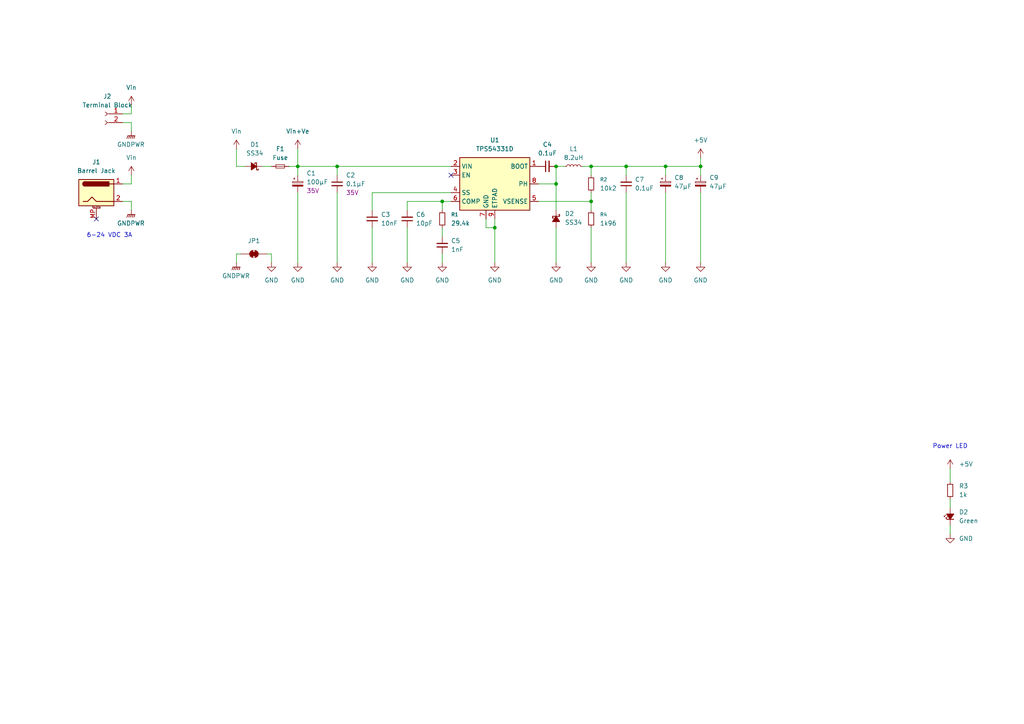
<source format=kicad_sch>
(kicad_sch (version 20250114) (generator "eeschema") (generator_version "9.0")
  (paper "A4")
  (title_block (title "${Project Title}") (date "2025-08-14") (rev "${Revision}") (company "${Company Name}") (comment 1 "${Designed By}"))
  (lib_symbols
    (symbol "Connector:Barrel_Jack_MountingPin" (pin_names (hide yes))
      (property "Reference" "J" (at 0 5.334 0))
      (property "Value" "Barrel_Jack_MountingPin" (at 1.27 -6.35 0))
      (symbol "Barrel_Jack_MountingPin_0_1"
        (rectangle (start -5.08 3.81) (end 5.08 -3.81) (stroke (width 0.254)) (fill (type background)))
        (polyline (pts (xy -3.81 -2.54) (xy -2.54 -2.54) (xy -1.27 -1.27) (xy 0 -2.54) (xy 2.54 -2.54) (xy 5.08 -2.54)) (stroke (width 0.254)))
        (arc (start -3.302 1.905) (mid -3.9343 2.54) (end -3.302 3.175) (stroke (width 0.254)))
        (arc (start -3.302 1.905) (mid -3.9343 2.54) (end -3.302 3.175) (stroke (width 0.254)) (fill (type outline)))
        (rectangle (start 3.683 3.175) (end -3.302 1.905) (stroke (width 0.254)) (fill (type outline)))
        (polyline (pts (xy 5.08 2.54) (xy 3.81 2.54)) (stroke (width 0.254)))
      )
      (symbol "Barrel_Jack_MountingPin_1_1"
        (polyline (pts (xy -1.016 -4.572) (xy 1.016 -4.572)) (stroke (width 0.1524)))
        (text "Mounting" (at 0 -4.191 0) (effects (font (size 0.381 0.381))))
        (pin passive line (at 0 -7.62 90) (length 3.048) (name "MountPin") (number "MP"))
        (pin passive line (at 7.62 2.54 180) (length 2.54) (name "~") (number "1"))
        (pin passive line (at 7.62 -2.54 180) (length 2.54) (name "~") (number "2"))
      )
    )
    (symbol "Connector:Conn_01x02_Socket" (pin_names (offset 1.016) (hide yes))
      (property "Reference" "J" (at 0 2.54 0))
      (property "Value" "Conn_01x02_Socket" (at 0 -5.08 0))
      (symbol "Conn_01x02_Socket_1_1"
        (polyline (pts (xy -1.27 0) (xy -0.508 0)) (stroke (width 0.1524)))
        (polyline (pts (xy -1.27 -2.54) (xy -0.508 -2.54)) (stroke (width 0.1524)))
        (arc (start 0 -0.508) (mid -0.5058 0) (end 0 0.508) (stroke (width 0.1524)))
        (arc (start 0 -3.048) (mid -0.5058 -2.54) (end 0 -2.032) (stroke (width 0.1524)))
        (pin passive line (at -5.08 0 0) (length 3.81) (name "Pin_1") (number "1"))
        (pin passive line (at -5.08 -2.54 0) (length 3.81) (name "Pin_2") (number "2"))
      )
    )
    (symbol "Device:C_Polarized_Small" (pin_numbers (hide yes)) (pin_names (offset 0.254) (hide yes))
      (property "Reference" "C" (at 0.254 1.778 0))
      (property "Value" "C_Polarized_Small" (at 0.254 -2.032 0))
      (symbol "C_Polarized_Small_0_1"
        (rectangle (start -1.524 0.6858) (end 1.524 0.3048))
        (rectangle (start -1.524 -0.3048) (end 1.524 -0.6858) (fill (type outline)))
        (polyline (pts (xy -1.27 1.524) (xy -0.762 1.524)))
        (polyline (pts (xy -1.016 1.27) (xy -1.016 1.778)))
      )
      (symbol "C_Polarized_Small_1_1"
        (pin passive line (at 0 2.54 270) (length 1.8542) (name "~") (number "1"))
        (pin passive line (at 0 -2.54 90) (length 1.8542) (name "~") (number "2"))
      )
    )
    (symbol "Device:C_Small" (pin_numbers (hide yes)) (pin_names (offset 0.254) (hide yes))
      (property "Reference" "C" (at 0.254 1.778 0))
      (property "Value" "C_Small" (at 0.254 -2.032 0))
      (symbol "C_Small_0_1"
        (polyline (pts (xy -1.524 0.508) (xy 1.524 0.508)) (stroke (width 0.3048)))
        (polyline (pts (xy -1.524 -0.508) (xy 1.524 -0.508)) (stroke (width 0.3302)))
      )
      (symbol "C_Small_1_1"
        (pin passive line (at 0 2.54 270) (length 2.032) (name "~") (number "1"))
        (pin passive line (at 0 -2.54 90) (length 2.032) (name "~") (number "2"))
      )
    )
    (symbol "Device:D_Schottky_Small_Filled" (pin_numbers (hide yes)) (pin_names (offset 0.254) (hide yes))
      (property "Reference" "D" (at -1.27 2.032 0))
      (property "Value" "D_Schottky_Small_Filled" (at -7.112 -2.032 0))
      (symbol "D_Schottky_Small_Filled_0_1"
        (polyline (pts (xy -1.27 0.762) (xy -1.27 1.016) (xy -0.762 1.016) (xy -0.762 -1.016) (xy -0.254 -1.016) (xy -0.254 -0.762)) (stroke (width 0.254)))
        (polyline (pts (xy -0.762 0) (xy 0.762 0)))
        (polyline (pts (xy 0.762 -1.016) (xy -0.762 0) (xy 0.762 1.016) (xy 0.762 -1.016)) (stroke (width 0.254)) (fill (type outline)))
      )
      (symbol "D_Schottky_Small_Filled_1_1"
        (pin passive line (at -2.54 0 0) (length 1.778) (name "K") (number "1"))
        (pin passive line (at 2.54 0 180) (length 1.778) (name "A") (number "2"))
      )
    )
    (symbol "Device:Fuse_Small" (pin_numbers (hide yes)) (pin_names (offset 0.254) (hide yes))
      (property "Reference" "F" (at 0 -1.524 0))
      (property "Value" "Fuse_Small" (at 0 1.524 0))
      (symbol "Fuse_Small_0_1"
        (rectangle (start -1.27 0.508) (end 1.27 -0.508))
        (polyline (pts (xy -1.27 0) (xy 1.27 0)))
      )
      (symbol "Fuse_Small_1_1"
        (pin passive line (at -2.54 0 0) (length 1.27) (name "~") (number "1"))
        (pin passive line (at 2.54 0 180) (length 1.27) (name "~") (number "2"))
      )
    )
    (symbol "Device:LED_Small_Filled" (pin_numbers (hide yes)) (pin_names (offset 0.254) (hide yes))
      (property "Reference" "D" (at -1.27 3.175 0))
      (property "Value" "LED_Small_Filled" (at -4.445 -2.54 0))
      (symbol "LED_Small_Filled_0_1"
        (polyline (pts (xy -0.762 -1.016) (xy -0.762 1.016)) (stroke (width 0.254)))
        (polyline (pts (xy 0 0.762) (xy -0.508 1.27) (xy -0.254 1.27) (xy -0.508 1.27) (xy -0.508 1.016)))
        (polyline (pts (xy 0.508 1.27) (xy 0 1.778) (xy 0.254 1.778) (xy 0 1.778) (xy 0 1.524)))
        (polyline (pts (xy 0.762 -1.016) (xy -0.762 0) (xy 0.762 1.016) (xy 0.762 -1.016)) (stroke (width 0.254)) (fill (type outline)))
        (polyline (pts (xy 1.016 0) (xy -0.762 0)))
      )
      (symbol "LED_Small_Filled_1_1"
        (pin passive line (at -2.54 0 0) (length 1.778) (name "K") (number "1"))
        (pin passive line (at 2.54 0 180) (length 1.778) (name "A") (number "2"))
      )
    )
    (symbol "Device:L_Small" (pin_numbers (hide yes)) (pin_names (offset 0.254) (hide yes))
      (property "Reference" "L" (at 0.762 1.016 0))
      (property "Value" "L_Small" (at 0.762 -1.016 0))
      (symbol "L_Small_0_1"
        (arc (start 0 2.032) (mid 0.5058 1.524) (end 0 1.016))
        (arc (start 0 1.016) (mid 0.5058 0.508) (end 0 0))
        (arc (start 0 0) (mid 0.5058 -0.508) (end 0 -1.016))
        (arc (start 0 -1.016) (mid 0.5058 -1.524) (end 0 -2.032))
      )
      (symbol "L_Small_1_1"
        (pin passive line (at 0 2.54 270) (length 0.508) (name "~") (number "1"))
        (pin passive line (at 0 -2.54 90) (length 0.508) (name "~") (number "2"))
      )
    )
    (symbol "Device:R_Small" (pin_numbers (hide yes)) (pin_names (offset 0.254) (hide yes))
      (property "Reference" "R" (at 0.762 0.508 0))
      (property "Value" "R_Small" (at 0.762 -1.016 0))
      (symbol "R_Small_0_1"
        (rectangle (start -0.762 1.778) (end 0.762 -1.778) (stroke (width 0.2032)))
      )
      (symbol "R_Small_1_1"
        (pin passive line (at 0 2.54 270) (length 0.762) (name "~") (number "1"))
        (pin passive line (at 0 -2.54 90) (length 0.762) (name "~") (number "2"))
      )
    )
    (symbol "Jumper:SolderJumper_2_Bridged" (pin_numbers (hide yes)) (pin_names (offset 0) (hide yes)) (in_bom no)
      (property "Reference" "JP" (at 0 2.032 0))
      (property "Value" "SolderJumper_2_Bridged" (at 0 -2.54 0))
      (symbol "SolderJumper_2_Bridged_0_1"
        (rectangle (start -0.508 0.508) (end 0.508 -0.508) (fill (type outline)))
        (polyline (pts (xy -0.254 1.016) (xy -0.254 -1.016)))
        (arc (start -0.254 -1.016) (mid -1.2656 0) (end -0.254 1.016))
        (arc (start -0.254 -1.016) (mid -1.2656 0) (end -0.254 1.016) (fill (type outline)))
        (arc (start 0.254 1.016) (mid 1.2656 0) (end 0.254 -1.016))
        (arc (start 0.254 1.016) (mid 1.2656 0) (end 0.254 -1.016) (fill (type outline)))
        (polyline (pts (xy 0.254 1.016) (xy 0.254 -1.016)))
      )
      (symbol "SolderJumper_2_Bridged_1_1"
        (pin passive line (at -3.81 0 0) (length 2.54) (name "A") (number "1"))
        (pin passive line (at 3.81 0 180) (length 2.54) (name "B") (number "2"))
      )
    )
    (symbol "R_Small_1" (pin_numbers (hide yes)) (pin_names (offset 0.254) (hide yes))
      (property "Reference" "R" (at 0 0 90))
      (property "Value" "R_Small" (at 1.778 0 90))
      (symbol "R_Small_1_0_1"
        (rectangle (start -0.762 1.778) (end 0.762 -1.778) (stroke (width 0.2032)))
      )
      (symbol "R_Small_1_1_1"
        (pin passive line (at 0 2.54 270) (length 0.762) (name "~") (number "1"))
        (pin passive line (at 0 -2.54 90) (length 0.762) (name "~") (number "2"))
      )
    )
    (symbol "Regulator_Switching:TPS54336ADDA"
      (property "Reference" "U1" (at 0 12.7 0))
      (property "Value" "TPS54331D" (at 0 10.16 0))
      (symbol "TPS54336ADDA_1_1"
        (rectangle (start -10.16 7.62) (end 10.16 -7.62) (stroke (width 0.254)) (fill (type background)))
        (pin power_in line (at -12.7 5.08 0) (length 2.54) (name "VIN") (number "2"))
        (pin input line (at -12.7 2.54 0) (length 2.54) (name "EN") (number "3"))
        (pin output line (at -12.7 -2.54 0) (length 2.54) (name "SS") (number "4"))
        (pin output line (at -12.7 -5.08 0) (length 2.54) (name "COMP") (number "6"))
        (pin power_in line (at -2.54 -10.16 90) (length 2.54) (name "GND") (number "7"))
        (pin power_in line (at 0 -10.16 90) (length 2.54) (name "ETPAD") (number "9"))
        (pin output line (at 12.7 5.08 180) (length 2.54) (name "BOOT") (number "1"))
        (pin output line (at 12.7 0 180) (length 2.54) (name "PH") (number "8"))
        (pin input line (at 12.7 -5.08 180) (length 2.54) (name "VSENSE") (number "5"))
      )
    )
    (symbol "power:+1V0" (power) (pin_numbers (hide yes)) (pin_names (offset 0) (hide yes))
      (property "Value" "+1V0" (at 0 3.556 0))
      (symbol "+1V0_0_1"
        (polyline (pts (xy -0.762 1.27) (xy 0 2.54)))
        (polyline (pts (xy 0 2.54) (xy 0.762 1.27)))
        (polyline (pts (xy 0 0) (xy 0 2.54)))
      )
      (symbol "+1V0_1_1"
        (pin power_in line (at 0 0 90) (length 0) (name "~") (number "1"))
      )
    )
    (symbol "power:+5V" (power) (pin_numbers (hide yes)) (pin_names (offset 0) (hide yes))
      (property "Value" "+5V" (at 0 3.556 0))
      (symbol "+5V_0_1"
        (polyline (pts (xy -0.762 1.27) (xy 0 2.54)))
        (polyline (pts (xy 0 2.54) (xy 0.762 1.27)))
        (polyline (pts (xy 0 0) (xy 0 2.54)))
      )
      (symbol "+5V_1_1"
        (pin power_in line (at 0 0 90) (length 0) (name "~") (number "1"))
      )
    )
    (symbol "power:GND" (power) (pin_numbers (hide yes)) (pin_names (offset 0) (hide yes))
      (property "Value" "GND" (at 0 -3.81 0))
      (symbol "GND_0_1"
        (polyline (pts (xy 0 0) (xy 0 -1.27) (xy 1.27 -1.27) (xy 0 -2.54) (xy -1.27 -1.27) (xy 0 -1.27)))
      )
      (symbol "GND_1_1"
        (pin power_in line (at 0 0 270) (length 0) (name "~") (number "1"))
      )
    )
    (symbol "power:GNDPWR" (power) (pin_numbers (hide yes)) (pin_names (offset 0) (hide yes))
      (property "Value" "GNDPWR" (at 0 -3.302 0))
      (symbol "GNDPWR_0_1"
        (polyline (pts (xy -1.016 -1.27) (xy -1.27 -2.032) (xy -1.27 -2.032)) (stroke (width 0.2032)))
        (polyline (pts (xy -0.508 -1.27) (xy -0.762 -2.032) (xy -0.762 -2.032)) (stroke (width 0.2032)))
        (polyline (pts (xy 0 -1.27) (xy 0 0)))
        (polyline (pts (xy 0 -1.27) (xy -0.254 -2.032) (xy -0.254 -2.032)) (stroke (width 0.2032)))
        (polyline (pts (xy 0.508 -1.27) (xy 0.254 -2.032) (xy 0.254 -2.032)) (stroke (width 0.2032)))
        (polyline (pts (xy 1.016 -1.27) (xy -1.016 -1.27) (xy -1.016 -1.27)) (stroke (width 0.2032)))
        (polyline (pts (xy 1.016 -1.27) (xy 0.762 -2.032) (xy 0.762 -2.032) (xy 0.762 -2.032)) (stroke (width 0.2032)))
      )
      (symbol "GNDPWR_1_1"
        (pin power_in line (at 0 0 270) (length 0) (name "~") (number "1"))
      )
    )
  )
  (text "Power LED" (at 275.59 129.54 0) (effects (font (size 1.27 1.27))))
  (text "6-24 VDC 3A" (at 31.75 68.326 0) (effects (font (size 1.27 1.27))))
  (junction (at 193.04 48.26))
  (junction (at 143.51 66.04))
  (junction (at 128.27 58.42))
  (junction (at 86.36 48.26))
  (junction (at 181.61 48.26))
  (junction (at 171.45 48.26))
  (junction (at 161.29 53.34))
  (junction (at 203.2 48.26))
  (junction (at 161.29 48.26))
  (junction (at 97.79 48.26))
  (junction (at 171.45 58.42))
  (no_connect (at 130.81 50.8))
  (no_connect (at 27.94 63.5))
  (wire (pts (xy 161.29 66.04) (xy 161.29 76.2)))
  (wire (pts (xy 275.59 144.78) (xy 275.59 147.32)))
  (wire (pts (xy 118.11 60.96) (xy 118.11 58.42)))
  (wire (pts (xy 275.59 152.4) (xy 275.59 154.94)))
  (wire (pts (xy 86.36 48.26) (xy 86.36 50.8)))
  (wire (pts (xy 83.82 48.26) (xy 86.36 48.26)))
  (wire (pts (xy 161.29 48.26) (xy 163.83 48.26)))
  (wire (pts (xy 161.29 53.34) (xy 161.29 48.26)))
  (wire (pts (xy 171.45 66.04) (xy 171.45 76.2)))
  (wire (pts (xy 76.2 48.26) (xy 78.74 48.26)))
  (wire (pts (xy 68.58 43.18) (xy 68.58 48.26)))
  (wire (pts (xy 181.61 48.26) (xy 193.04 48.26)))
  (wire (pts (xy 69.85 73.66) (xy 68.58 73.66)))
  (wire (pts (xy 140.97 66.04) (xy 143.51 66.04)))
  (wire (pts (xy 203.2 50.8) (xy 203.2 48.26)))
  (wire (pts (xy 128.27 66.04) (xy 128.27 68.58)))
  (wire (pts (xy 193.04 55.88) (xy 193.04 76.2)))
  (wire (pts (xy 97.79 50.8) (xy 97.79 48.26)))
  (wire (pts (xy 68.58 48.26) (xy 71.12 48.26)))
  (wire (pts (xy 275.59 135.89) (xy 275.59 139.7)))
  (wire (pts (xy 97.79 48.26) (xy 130.81 48.26)))
  (wire (pts (xy 35.56 35.56) (xy 38.1 35.56)))
  (wire (pts (xy 171.45 58.42) (xy 171.45 60.96)))
  (wire (pts (xy 181.61 50.8) (xy 181.61 48.26)))
  (wire (pts (xy 171.45 58.42) (xy 171.45 55.88)))
  (wire (pts (xy 68.58 73.66) (xy 68.58 76.2)))
  (wire (pts (xy 171.45 50.8) (xy 171.45 48.26)))
  (wire (pts (xy 130.81 58.42) (xy 128.27 58.42)))
  (wire (pts (xy 156.21 53.34) (xy 161.29 53.34)))
  (wire (pts (xy 35.56 33.02) (xy 38.1 33.02)))
  (wire (pts (xy 86.36 48.26) (xy 97.79 48.26)))
  (wire (pts (xy 38.1 33.02) (xy 38.1 30.48)))
  (wire (pts (xy 128.27 73.66) (xy 128.27 76.2)))
  (wire (pts (xy 130.81 55.88) (xy 107.95 55.88)))
  (wire (pts (xy 107.95 55.88) (xy 107.95 60.96)))
  (wire (pts (xy 143.51 63.5) (xy 143.51 66.04)))
  (wire (pts (xy 118.11 58.42) (xy 128.27 58.42)))
  (wire (pts (xy 203.2 45.72) (xy 203.2 48.26)))
  (wire (pts (xy 38.1 53.34) (xy 38.1 50.8)))
  (wire (pts (xy 203.2 55.88) (xy 203.2 76.2)))
  (wire (pts (xy 193.04 48.26) (xy 203.2 48.26)))
  (wire (pts (xy 35.56 58.42) (xy 38.1 58.42)))
  (wire (pts (xy 38.1 58.42) (xy 38.1 60.96)))
  (wire (pts (xy 128.27 58.42) (xy 128.27 60.96)))
  (wire (pts (xy 181.61 48.26) (xy 171.45 48.26)))
  (wire (pts (xy 156.21 58.42) (xy 171.45 58.42)))
  (wire (pts (xy 181.61 55.88) (xy 181.61 76.2)))
  (wire (pts (xy 77.47 73.66) (xy 78.74 73.66)))
  (wire (pts (xy 78.74 76.2) (xy 78.74 73.66)))
  (wire (pts (xy 107.95 66.04) (xy 107.95 76.2)))
  (wire (pts (xy 168.91 48.26) (xy 171.45 48.26)))
  (wire (pts (xy 86.36 55.88) (xy 86.36 76.2)))
  (wire (pts (xy 161.29 53.34) (xy 161.29 60.96)))
  (wire (pts (xy 86.36 43.18) (xy 86.36 48.26)))
  (wire (pts (xy 193.04 48.26) (xy 193.04 50.8)))
  (wire (pts (xy 35.56 53.34) (xy 38.1 53.34)))
  (wire (pts (xy 38.1 35.56) (xy 38.1 38.1)))
  (wire (pts (xy 118.11 66.04) (xy 118.11 76.2)))
  (wire (pts (xy 97.79 55.88) (xy 97.79 76.2)))
  (wire (pts (xy 143.51 76.2) (xy 143.51 66.04)))
  (wire (pts (xy 140.97 63.5) (xy 140.97 66.04)))
  (symbol (lib_id "power:GND") (at 97.79 76.2 0) (unit 1)
    (property "Reference" "#PWR05" (effects (hide yes)))
    (property "Value" "GND" (at 97.79 81.28 0))
    (property "Description" "Power symbol creates a global label with name \"GND\" , ground" (effects (hide yes)))
  )
  (symbol (lib_id "power:GND") (at 275.59 154.94 0) (unit 1)
    (property "Reference" "#PWR013" (effects (hide yes)))
    (property "Value" "GND" (at 278.13 156.2099 0) (effects (justify left)))
    (property "Description" "Power symbol creates a global label with name \"GND\" , ground" (effects (hide yes)))
  )
  (symbol (lib_id "power:+1V0") (at 68.58 43.18 0) (unit 1)
    (property "Reference" "#PWR022" (effects (hide yes)))
    (property "Value" "Vin" (at 68.58 38.1 0))
    (property "Description" "Power symbol creates a global label with name \"+1V0\"" (effects (hide yes)))
  )
  (symbol (lib_id "power:GND") (at 118.11 76.2 0) (unit 1)
    (property "Reference" "#PWR016" (effects (hide yes)))
    (property "Value" "GND" (at 118.11 81.28 0))
    (property "Description" "Power symbol creates a global label with name \"GND\" , ground" (effects (hide yes)))
  )
  (symbol (lib_id "Jumper:SolderJumper_2_Bridged") (at 73.66 73.66 0) (unit 1) (in_bom no)
    (property "Reference" "JP1" (at 73.66 69.85 0))
    (property "Value" "SolderJumper_2_Bridged" (effects (hide yes)))
    (property "Footprint" "Jumper:SolderJumper-2_P1.3mm_Bridged_Pad1.0x1.5mm" (effects (hide yes)))
    (property "Description" "Solder Jumper, 2-pole, closed/bridged" (effects (hide yes)))
  )
  (symbol (lib_id "power:GND") (at 203.2 76.2 0) (unit 1)
    (property "Reference" "#PWR012" (effects (hide yes)))
    (property "Value" "GND" (at 203.2 81.28 0))
    (property "Description" "Power symbol creates a global label with name \"GND\" , ground" (effects (hide yes)))
  )
  (symbol (lib_id "power:GNDPWR") (at 68.58 76.2 0) (unit 1)
    (property "Reference" "#PWR02" (effects (hide yes)))
    (property "Value" "GNDPWR" (at 68.453 80.01 0))
    (property "Description" "Power symbol creates a global label with name \"GNDPWR\" , global ground" (effects (hide yes)))
  )
  (symbol (lib_id "power:GND") (at 107.95 76.2 0) (unit 1)
    (property "Reference" "#PWR07" (effects (hide yes)))
    (property "Value" "GND" (at 107.95 81.28 0))
    (property "Description" "Power symbol creates a global label with name \"GND\" , ground" (effects (hide yes)))
  )
  (symbol (lib_id "Device:C_Small") (at 181.61 53.34 180) (unit 1)
    (property "Reference" "C7" (at 184.15 52.0635 0) (effects (justify right)))
    (property "Value" "0.1uF" (at 184.15 54.6035 0) (effects (justify right)))
    (property "Footprint" "Capacitor_SMD:C_0805_2012Metric_Pad1.18x1.45mm_HandSolder" (effects (hide yes)))
    (property "Description" "Unpolarized capacitor, small symbol" (effects (hide yes)))
  )
  (symbol (lib_id "power:+5V") (at 203.2 45.72 0) (unit 1)
    (property "Reference" "#PWR017" (effects (hide yes)))
    (property "Value" "+5V" (at 203.2 40.64 0))
    (property "Description" "Power symbol creates a global label with name \"+5V\"" (effects (hide yes)))
  )
  (symbol (lib_name "R_Small_1") (lib_id "Device:R_Small") (at 171.45 63.5 0) (unit 1)
    (property "Reference" "R4" (at 173.99 62.2299 0) (effects (font (size 1.016 1.016)) (justify left)))
    (property "Value" "1k96" (at 173.99 64.7699 0) (effects (justify left)))
    (property "Description" "Resistor, small symbol" (effects (hide yes)))
  )
  (symbol (lib_id "power:GND") (at 86.36 76.2 0) (unit 1)
    (property "Reference" "#PWR04" (effects (hide yes)))
    (property "Value" "GND" (at 86.36 81.28 0))
    (property "Description" "Power symbol creates a global label with name \"GND\" , ground" (effects (hide yes)))
  )
  (symbol (lib_id "power:GND") (at 193.04 76.2 0) (unit 1)
    (property "Reference" "#PWR011" (effects (hide yes)))
    (property "Value" "GND" (at 193.04 81.28 0))
    (property "Description" "Power symbol creates a global label with name \"GND\" , ground" (effects (hide yes)))
  )
  (symbol (lib_id "Device:C_Small") (at 128.27 71.12 180) (unit 1)
    (property "Reference" "C5" (at 130.81 69.8435 0) (effects (justify right)))
    (property "Value" "1nF" (at 130.81 72.3835 0) (effects (justify right)))
    (property "Footprint" "Capacitor_SMD:C_0805_2012Metric_Pad1.18x1.45mm_HandSolder" (effects (hide yes)))
    (property "Description" "Unpolarized capacitor, small symbol" (effects (hide yes)))
  )
  (symbol (lib_name "R_Small_1") (lib_id "Device:R_Small") (at 128.27 63.5 0) (unit 1)
    (property "Reference" "R1" (at 130.81 62.2299 0) (effects (font (size 1.016 1.016)) (justify left)))
    (property "Value" "29.4k" (at 130.81 64.7699 0) (effects (justify left)))
    (property "Description" "Resistor, small symbol" (effects (hide yes)))
  )
  (symbol (lib_id "Device:C_Polarized_Small") (at 86.36 53.34 0) (unit 1)
    (property "Reference" "C1" (at 88.9 50.2538 0) (effects (justify left)))
    (property "Value" "100μF" (at 88.9 52.7938 0) (effects (justify left)))
    (property "Footprint" "Capacitor_SMD:CP_Elec_5x5.9" (effects (hide yes)))
    (property "Description" "Polarized capacitor, small symbol" (effects (hide yes)))
    (property "Voltage" "35V" (at 88.9 55.3338 0) (effects (justify left)))
    (property "Farnell" "2690258" (effects (hide yes)))
  )
  (symbol (lib_id "Device:C_Small") (at 97.79 53.34 0) (unit 1)
    (property "Reference" "C2" (at 100.33 50.8062 0) (effects (justify left)))
    (property "Value" "0.1μF" (at 100.33 53.3462 0) (effects (justify left)))
    (property "Footprint" "Capacitor_SMD:C_0805_2012Metric_Pad1.18x1.45mm_HandSolder" (effects (hide yes)))
    (property "Description" "Unpolarized capacitor, small symbol" (effects (hide yes)))
    (property "Voltage" "35V" (at 100.33 55.8862 0) (effects (justify left)))
    (property "Farnell" "2773206" (effects (hide yes)))
  )
  (symbol (lib_id "power:GND") (at 143.51 76.2 0) (unit 1)
    (property "Reference" "#PWR06" (effects (hide yes)))
    (property "Value" "GND" (at 143.51 81.28 0))
    (property "Description" "Power symbol creates a global label with name \"GND\" , ground" (effects (hide yes)))
  )
  (symbol (lib_id "Device:Fuse_Small") (at 81.28 48.26 180) (unit 1)
    (property "Reference" "F1" (at 81.28 43.18 0))
    (property "Value" "Fuse" (at 81.28 45.72 0))
    (property "Footprint" "Fuse:Fuse_2010_5025Metric_Pad1.52x2.65mm_HandSolder" (effects (hide yes)))
    (property "Description" "Fuse, small symbol" (effects (hide yes)))
  )
  (symbol (lib_id "Device:D_Schottky_Small_Filled") (at 161.29 63.5 270) (unit 1)
    (property "Reference" "D2" (at 163.83 61.9759 90) (effects (justify left)))
    (property "Value" "SS34" (at 163.83 64.5159 90) (effects (justify left)))
    (property "Footprint" "Diode_SMD:D_SMA_Handsoldering" (effects (hide yes)))
    (property "Description" "Schottky diode, small symbol, filled shape" (effects (hide yes)))
    (property "farnell" "2675144" (effects (hide yes)))
  )
  (symbol (lib_id "power:+1V0") (at 38.1 30.48 0) (unit 1)
    (property "Reference" "#PWR01" (effects (hide yes)))
    (property "Value" "Vin" (at 38.1 25.4 0))
    (property "Description" "Power symbol creates a global label with name \"+1V0\"" (effects (hide yes)))
  )
  (symbol (lib_id "Device:L_Small") (at 166.37 48.26 90) (unit 1)
    (property "Reference" "L1" (at 166.37 43.18 90))
    (property "Value" "8.2uH" (at 166.37 45.72 90))
    (property "Description" "Inductor, small symbol" (effects (hide yes)))
    (property "Farnell" "2709611" (effects (hide yes)))
  )
  (symbol (lib_id "Device:C_Polarized_Small") (at 193.04 53.34 0) (unit 1)
    (property "Reference" "C8" (at 195.58 51.5238 0) (effects (justify left)))
    (property "Value" "47μF" (at 195.58 54.0638 0) (effects (justify left)))
    (property "Footprint" "Capacitor_SMD:CP_Elec_5x5.9" (effects (hide yes)))
    (property "Description" "Polarized capacitor, small symbol" (effects (hide yes)))
  )
  (symbol (lib_id "Device:C_Small") (at 158.75 48.26 90) (unit 1)
    (property "Reference" "C4" (at 158.7563 41.91 90))
    (property "Value" "0.1uF" (at 158.7563 44.45 90))
    (property "Footprint" "Capacitor_SMD:C_0805_2012Metric_Pad1.18x1.45mm_HandSolder" (effects (hide yes)))
    (property "Description" "Unpolarized capacitor, small symbol" (effects (hide yes)))
  )
  (symbol (lib_id "power:GND") (at 78.74 76.2 0) (unit 1)
    (property "Reference" "#PWR03" (effects (hide yes)))
    (property "Value" "GND" (at 78.74 81.28 0))
    (property "Description" "Power symbol creates a global label with name \"GND\" , ground" (effects (hide yes)))
  )
  (symbol (lib_id "power:+1V0") (at 86.36 43.18 0) (unit 1)
    (property "Reference" "#PWR018" (effects (hide yes)))
    (property "Value" "Vin+Ve" (at 86.36 38.1 0))
    (property "Description" "Power symbol creates a global label with name \"+1V0\"" (effects (hide yes)))
  )
  (symbol (lib_id "Device:R_Small") (at 275.59 142.24 180) (unit 1)
    (property "Reference" "R3" (at 278.13 140.9699 0) (effects (justify right)))
    (property "Value" "1k" (at 278.13 143.5099 0) (effects (justify right)))
    (property "Footprint" "Resistor_SMD:R_0805_2012Metric_Pad1.20x1.40mm_HandSolder" (effects (hide yes)))
    (property "Description" "Resistor, small symbol" (effects (hide yes)))
  )
  (symbol (lib_id "power:+1V0") (at 38.1 50.8 0) (unit 1)
    (property "Reference" "#PWR021" (effects (hide yes)))
    (property "Value" "Vin" (at 38.1 45.72 0))
    (property "Description" "Power symbol creates a global label with name \"+1V0\"" (effects (hide yes)))
  )
  (symbol (lib_id "Device:LED_Small_Filled") (at 275.59 149.86 90) (unit 1)
    (property "Reference" "D2" (at 278.13 148.5264 90) (effects (justify right)))
    (property "Value" "Green" (at 278.13 151.0664 90) (effects (justify right)))
    (property "Footprint" "Diode_SMD:D_0805_2012Metric_Pad1.15x1.40mm_HandSolder" (effects (hide yes)))
    (property "Description" "Light emitting diode, small symbol, filled shape" (effects (hide yes)))
  )
  (symbol (lib_id "Device:C_Polarized_Small") (at 203.2 53.34 0) (unit 1)
    (property "Reference" "C9" (at 205.74 51.5238 0) (effects (justify left)))
    (property "Value" "47μF" (at 205.74 54.0638 0) (effects (justify left)))
    (property "Footprint" "Capacitor_SMD:CP_Elec_5x5.9" (effects (hide yes)))
    (property "Description" "Polarized capacitor, small symbol" (effects (hide yes)))
  )
  (symbol (lib_id "power:GND") (at 128.27 76.2 0) (unit 1)
    (property "Reference" "#PWR015" (effects (hide yes)))
    (property "Value" "GND" (at 128.27 81.28 0))
    (property "Description" "Power symbol creates a global label with name \"GND\" , ground" (effects (hide yes)))
  )
  (symbol (lib_id "power:GND") (at 161.29 76.2 0) (unit 1)
    (property "Reference" "#PWR09" (effects (hide yes)))
    (property "Value" "GND" (at 161.29 81.28 0))
    (property "Description" "Power symbol creates a global label with name \"GND\" , ground" (effects (hide yes)))
  )
  (symbol (lib_id "Regulator_Switching:TPS54336ADDA") (at 143.51 53.34 0) (unit 1)
    (property "Reference" "U1" (at 143.51 40.64 0))
    (property "Value" "TPS54331D" (at 143.51 43.18 0))
    (property "Footprint" "Package_SO:TI_SO-PowerPAD-8_ThermalVias" (effects (hide yes)))
    (property "Datasheet" "https://www.ti.com/lit/ds/symlink/tps54331.pdf" (effects (hide yes)))
    (property "Description" "4.5V to 28V Input, 3A, Synchronous Step-Down Converter with Eco-mode(tm)" (effects (hide yes)))
    (property "RS" "661-8521" (effects (hide yes)))
  )
  (symbol (lib_id "power:GNDPWR") (at 38.1 60.96 0) (unit 1)
    (property "Reference" "#PWR020" (effects (hide yes)))
    (property "Value" "GNDPWR" (at 37.973 64.77 0))
    (property "Description" "Power symbol creates a global label with name \"GNDPWR\" , global ground" (effects (hide yes)))
  )
  (symbol (lib_id "power:+5V") (at 275.59 135.89 0) (unit 1)
    (property "Reference" "#PWR014" (effects (hide yes)))
    (property "Value" "+5V" (at 278.13 134.6199 0) (effects (justify left)))
    (property "Description" "Power symbol creates a global label with name \"+5V\"" (effects (hide yes)))
  )
  (symbol (lib_id "power:GNDPWR") (at 38.1 38.1 0) (unit 1)
    (property "Reference" "#PWR019" (effects (hide yes)))
    (property "Value" "GNDPWR" (at 37.973 41.91 0))
    (property "Description" "Power symbol creates a global label with name \"GNDPWR\" , global ground" (effects (hide yes)))
  )
  (symbol (lib_id "Device:D_Schottky_Small_Filled") (at 73.66 48.26 180) (unit 1)
    (property "Reference" "D1" (at 73.914 41.91 0))
    (property "Value" "SS34" (at 73.914 44.45 0))
    (property "Footprint" "Diode_SMD:D_SMA_Handsoldering" (effects (hide yes)))
    (property "Datasheet" "http://www.farnell.com/datasheets/2861409.pdf" (effects (hide yes)))
    (property "Description" "Schottky diode, small symbol, filled shape" (effects (hide yes)))
    (property "farnell" "2675144" (effects (hide yes)))
  )
  (symbol (lib_id "power:GND") (at 181.61 76.2 0) (unit 1)
    (property "Reference" "#PWR010" (effects (hide yes)))
    (property "Value" "GND" (at 181.61 81.28 0))
    (property "Description" "Power symbol creates a global label with name \"GND\" , ground" (effects (hide yes)))
  )
  (symbol (lib_id "Connector:Barrel_Jack_MountingPin") (at 27.94 55.88 0) (unit 1)
    (property "Reference" "J1" (at 27.94 46.99 0))
    (property "Value" "Barrel Jack" (at 27.94 49.53 0))
    (property "Footprint" "Connector_BarrelJack:BarrelJack_GCT_DCJ200-10-A_Horizontal" (effects (hide yes)))
    (property "Description" "DC Barrel Jack with a mounting pin" (effects (hide yes)))
    (property "Farnell" "2673246" (effects (hide yes)))
  )
  (symbol (lib_id "power:GND") (at 171.45 76.2 0) (unit 1)
    (property "Reference" "#PWR08" (effects (hide yes)))
    (property "Value" "GND" (at 171.45 81.28 0))
    (property "Description" "Power symbol creates a global label with name \"GND\" , ground" (effects (hide yes)))
  )
  (symbol (lib_id "Connector:Conn_01x02_Socket") (at 30.48 33.02 0) (mirror y) (unit 1)
    (property "Reference" "J2" (at 31.115 27.94 0))
    (property "Value" "Terminal Block" (at 31.115 30.48 0))
    (property "Footprint" "TerminalBlock_Phoenix:TerminalBlock_Phoenix_MKDS-1,5-2-5.08_1x02_P5.08mm_Horizontal" (effects (hide yes)))
    (property "Description" "Generic connector, single row, 01x02, script generated" (effects (hide yes)))
    (property "Farnell" "3399500" (effects (hide yes)))
  )
  (symbol (lib_name "R_Small_1") (lib_id "Device:R_Small") (at 171.45 53.34 0) (unit 1)
    (property "Reference" "R2" (at 173.99 52.0699 0) (effects (font (size 1.016 1.016)) (justify left)))
    (property "Value" "10k2" (at 173.99 54.6099 0) (effects (justify left)))
    (property "Description" "Resistor, small symbol" (effects (hide yes)))
  )
  (symbol (lib_id "Device:C_Small") (at 107.95 63.5 0) (unit 1)
    (property "Reference" "C3" (at 110.49 62.2362 0) (effects (justify left)))
    (property "Value" "10nF" (at 110.49 64.7762 0) (effects (justify left)))
    (property "Footprint" "Capacitor_SMD:C_0805_2012Metric_Pad1.18x1.45mm_HandSolder" (effects (hide yes)))
    (property "Description" "Unpolarized capacitor, small symbol" (effects (hide yes)))
  )
  (symbol (lib_id "Device:C_Small") (at 118.11 63.5 180) (unit 1)
    (property "Reference" "C6" (at 120.65 62.2235 0) (effects (justify right)))
    (property "Value" "10pF" (at 120.65 64.7635 0) (effects (justify right)))
    (property "Footprint" "Capacitor_SMD:C_0805_2012Metric_Pad1.18x1.45mm_HandSolder" (effects (hide yes)))
    (property "Description" "Unpolarized capacitor, small symbol" (effects (hide yes)))
  )
)
</source>
